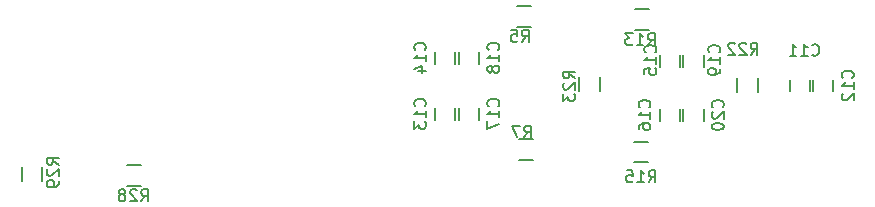
<source format=gbo>
G04 #@! TF.FileFunction,Legend,Bot*
%FSLAX46Y46*%
G04 Gerber Fmt 4.6, Leading zero omitted, Abs format (unit mm)*
G04 Created by KiCad (PCBNEW (2015-04-22 BZR 5620)-product) date 07/05/2015 20:43:11*
%MOMM*%
G01*
G04 APERTURE LIST*
%ADD10C,0.100000*%
%ADD11C,0.150000*%
G04 APERTURE END LIST*
D10*
D11*
X157350000Y-73850000D02*
X157350000Y-74850000D01*
X155650000Y-74850000D02*
X155650000Y-73850000D01*
X159350000Y-73850000D02*
X159350000Y-74850000D01*
X157650000Y-74850000D02*
X157650000Y-73850000D01*
X125650000Y-77250000D02*
X125650000Y-76250000D01*
X127350000Y-76250000D02*
X127350000Y-77250000D01*
X127350000Y-71500000D02*
X127350000Y-72500000D01*
X125650000Y-72500000D02*
X125650000Y-71500000D01*
X146350000Y-71750000D02*
X146350000Y-72750000D01*
X144650000Y-72750000D02*
X144650000Y-71750000D01*
X144650000Y-77350000D02*
X144650000Y-76350000D01*
X146350000Y-76350000D02*
X146350000Y-77350000D01*
X129350000Y-76250000D02*
X129350000Y-77250000D01*
X127650000Y-77250000D02*
X127650000Y-76250000D01*
X127650000Y-72500000D02*
X127650000Y-71500000D01*
X129350000Y-71500000D02*
X129350000Y-72500000D01*
X146650000Y-72750000D02*
X146650000Y-71750000D01*
X148350000Y-71750000D02*
X148350000Y-72750000D01*
X148350000Y-76350000D02*
X148350000Y-77350000D01*
X146650000Y-77350000D02*
X146650000Y-76350000D01*
X132550000Y-69375000D02*
X133750000Y-69375000D01*
X133750000Y-67625000D02*
X132550000Y-67625000D01*
X143750000Y-67875000D02*
X142550000Y-67875000D01*
X142550000Y-69625000D02*
X143750000Y-69625000D01*
X143650000Y-79125000D02*
X142450000Y-79125000D01*
X142450000Y-80875000D02*
X143650000Y-80875000D01*
X151225000Y-73700000D02*
X151225000Y-74900000D01*
X152975000Y-74900000D02*
X152975000Y-73700000D01*
X137825000Y-73650000D02*
X137825000Y-74850000D01*
X139575000Y-74850000D02*
X139575000Y-73650000D01*
X132750000Y-80625000D02*
X133950000Y-80625000D01*
X133950000Y-78875000D02*
X132750000Y-78875000D01*
X100750000Y-81125000D02*
X99550000Y-81125000D01*
X99550000Y-82875000D02*
X100750000Y-82875000D01*
X90625000Y-81250000D02*
X90625000Y-82450000D01*
X92375000Y-82450000D02*
X92375000Y-81250000D01*
X157542857Y-71757143D02*
X157590476Y-71804762D01*
X157733333Y-71852381D01*
X157828571Y-71852381D01*
X157971429Y-71804762D01*
X158066667Y-71709524D01*
X158114286Y-71614286D01*
X158161905Y-71423810D01*
X158161905Y-71280952D01*
X158114286Y-71090476D01*
X158066667Y-70995238D01*
X157971429Y-70900000D01*
X157828571Y-70852381D01*
X157733333Y-70852381D01*
X157590476Y-70900000D01*
X157542857Y-70947619D01*
X156590476Y-71852381D02*
X157161905Y-71852381D01*
X156876191Y-71852381D02*
X156876191Y-70852381D01*
X156971429Y-70995238D01*
X157066667Y-71090476D01*
X157161905Y-71138095D01*
X155638095Y-71852381D02*
X156209524Y-71852381D01*
X155923810Y-71852381D02*
X155923810Y-70852381D01*
X156019048Y-70995238D01*
X156114286Y-71090476D01*
X156209524Y-71138095D01*
X160957143Y-73707143D02*
X161004762Y-73659524D01*
X161052381Y-73516667D01*
X161052381Y-73421429D01*
X161004762Y-73278571D01*
X160909524Y-73183333D01*
X160814286Y-73135714D01*
X160623810Y-73088095D01*
X160480952Y-73088095D01*
X160290476Y-73135714D01*
X160195238Y-73183333D01*
X160100000Y-73278571D01*
X160052381Y-73421429D01*
X160052381Y-73516667D01*
X160100000Y-73659524D01*
X160147619Y-73707143D01*
X161052381Y-74659524D02*
X161052381Y-74088095D01*
X161052381Y-74373809D02*
X160052381Y-74373809D01*
X160195238Y-74278571D01*
X160290476Y-74183333D01*
X160338095Y-74088095D01*
X160147619Y-75040476D02*
X160100000Y-75088095D01*
X160052381Y-75183333D01*
X160052381Y-75421429D01*
X160100000Y-75516667D01*
X160147619Y-75564286D01*
X160242857Y-75611905D01*
X160338095Y-75611905D01*
X160480952Y-75564286D01*
X161052381Y-74992857D01*
X161052381Y-75611905D01*
X124757143Y-76107143D02*
X124804762Y-76059524D01*
X124852381Y-75916667D01*
X124852381Y-75821429D01*
X124804762Y-75678571D01*
X124709524Y-75583333D01*
X124614286Y-75535714D01*
X124423810Y-75488095D01*
X124280952Y-75488095D01*
X124090476Y-75535714D01*
X123995238Y-75583333D01*
X123900000Y-75678571D01*
X123852381Y-75821429D01*
X123852381Y-75916667D01*
X123900000Y-76059524D01*
X123947619Y-76107143D01*
X124852381Y-77059524D02*
X124852381Y-76488095D01*
X124852381Y-76773809D02*
X123852381Y-76773809D01*
X123995238Y-76678571D01*
X124090476Y-76583333D01*
X124138095Y-76488095D01*
X123852381Y-77392857D02*
X123852381Y-78011905D01*
X124233333Y-77678571D01*
X124233333Y-77821429D01*
X124280952Y-77916667D01*
X124328571Y-77964286D01*
X124423810Y-78011905D01*
X124661905Y-78011905D01*
X124757143Y-77964286D01*
X124804762Y-77916667D01*
X124852381Y-77821429D01*
X124852381Y-77535714D01*
X124804762Y-77440476D01*
X124757143Y-77392857D01*
X124757143Y-71357143D02*
X124804762Y-71309524D01*
X124852381Y-71166667D01*
X124852381Y-71071429D01*
X124804762Y-70928571D01*
X124709524Y-70833333D01*
X124614286Y-70785714D01*
X124423810Y-70738095D01*
X124280952Y-70738095D01*
X124090476Y-70785714D01*
X123995238Y-70833333D01*
X123900000Y-70928571D01*
X123852381Y-71071429D01*
X123852381Y-71166667D01*
X123900000Y-71309524D01*
X123947619Y-71357143D01*
X124852381Y-72309524D02*
X124852381Y-71738095D01*
X124852381Y-72023809D02*
X123852381Y-72023809D01*
X123995238Y-71928571D01*
X124090476Y-71833333D01*
X124138095Y-71738095D01*
X124185714Y-73166667D02*
X124852381Y-73166667D01*
X123804762Y-72928571D02*
X124519048Y-72690476D01*
X124519048Y-73309524D01*
X144257143Y-71557143D02*
X144304762Y-71509524D01*
X144352381Y-71366667D01*
X144352381Y-71271429D01*
X144304762Y-71128571D01*
X144209524Y-71033333D01*
X144114286Y-70985714D01*
X143923810Y-70938095D01*
X143780952Y-70938095D01*
X143590476Y-70985714D01*
X143495238Y-71033333D01*
X143400000Y-71128571D01*
X143352381Y-71271429D01*
X143352381Y-71366667D01*
X143400000Y-71509524D01*
X143447619Y-71557143D01*
X144352381Y-72509524D02*
X144352381Y-71938095D01*
X144352381Y-72223809D02*
X143352381Y-72223809D01*
X143495238Y-72128571D01*
X143590476Y-72033333D01*
X143638095Y-71938095D01*
X143352381Y-73414286D02*
X143352381Y-72938095D01*
X143828571Y-72890476D01*
X143780952Y-72938095D01*
X143733333Y-73033333D01*
X143733333Y-73271429D01*
X143780952Y-73366667D01*
X143828571Y-73414286D01*
X143923810Y-73461905D01*
X144161905Y-73461905D01*
X144257143Y-73414286D01*
X144304762Y-73366667D01*
X144352381Y-73271429D01*
X144352381Y-73033333D01*
X144304762Y-72938095D01*
X144257143Y-72890476D01*
X143757143Y-76207143D02*
X143804762Y-76159524D01*
X143852381Y-76016667D01*
X143852381Y-75921429D01*
X143804762Y-75778571D01*
X143709524Y-75683333D01*
X143614286Y-75635714D01*
X143423810Y-75588095D01*
X143280952Y-75588095D01*
X143090476Y-75635714D01*
X142995238Y-75683333D01*
X142900000Y-75778571D01*
X142852381Y-75921429D01*
X142852381Y-76016667D01*
X142900000Y-76159524D01*
X142947619Y-76207143D01*
X143852381Y-77159524D02*
X143852381Y-76588095D01*
X143852381Y-76873809D02*
X142852381Y-76873809D01*
X142995238Y-76778571D01*
X143090476Y-76683333D01*
X143138095Y-76588095D01*
X142852381Y-78016667D02*
X142852381Y-77826190D01*
X142900000Y-77730952D01*
X142947619Y-77683333D01*
X143090476Y-77588095D01*
X143280952Y-77540476D01*
X143661905Y-77540476D01*
X143757143Y-77588095D01*
X143804762Y-77635714D01*
X143852381Y-77730952D01*
X143852381Y-77921429D01*
X143804762Y-78016667D01*
X143757143Y-78064286D01*
X143661905Y-78111905D01*
X143423810Y-78111905D01*
X143328571Y-78064286D01*
X143280952Y-78016667D01*
X143233333Y-77921429D01*
X143233333Y-77730952D01*
X143280952Y-77635714D01*
X143328571Y-77588095D01*
X143423810Y-77540476D01*
X130957143Y-76107143D02*
X131004762Y-76059524D01*
X131052381Y-75916667D01*
X131052381Y-75821429D01*
X131004762Y-75678571D01*
X130909524Y-75583333D01*
X130814286Y-75535714D01*
X130623810Y-75488095D01*
X130480952Y-75488095D01*
X130290476Y-75535714D01*
X130195238Y-75583333D01*
X130100000Y-75678571D01*
X130052381Y-75821429D01*
X130052381Y-75916667D01*
X130100000Y-76059524D01*
X130147619Y-76107143D01*
X131052381Y-77059524D02*
X131052381Y-76488095D01*
X131052381Y-76773809D02*
X130052381Y-76773809D01*
X130195238Y-76678571D01*
X130290476Y-76583333D01*
X130338095Y-76488095D01*
X130052381Y-77392857D02*
X130052381Y-78059524D01*
X131052381Y-77630952D01*
X130957143Y-71357143D02*
X131004762Y-71309524D01*
X131052381Y-71166667D01*
X131052381Y-71071429D01*
X131004762Y-70928571D01*
X130909524Y-70833333D01*
X130814286Y-70785714D01*
X130623810Y-70738095D01*
X130480952Y-70738095D01*
X130290476Y-70785714D01*
X130195238Y-70833333D01*
X130100000Y-70928571D01*
X130052381Y-71071429D01*
X130052381Y-71166667D01*
X130100000Y-71309524D01*
X130147619Y-71357143D01*
X131052381Y-72309524D02*
X131052381Y-71738095D01*
X131052381Y-72023809D02*
X130052381Y-72023809D01*
X130195238Y-71928571D01*
X130290476Y-71833333D01*
X130338095Y-71738095D01*
X130480952Y-72880952D02*
X130433333Y-72785714D01*
X130385714Y-72738095D01*
X130290476Y-72690476D01*
X130242857Y-72690476D01*
X130147619Y-72738095D01*
X130100000Y-72785714D01*
X130052381Y-72880952D01*
X130052381Y-73071429D01*
X130100000Y-73166667D01*
X130147619Y-73214286D01*
X130242857Y-73261905D01*
X130290476Y-73261905D01*
X130385714Y-73214286D01*
X130433333Y-73166667D01*
X130480952Y-73071429D01*
X130480952Y-72880952D01*
X130528571Y-72785714D01*
X130576190Y-72738095D01*
X130671429Y-72690476D01*
X130861905Y-72690476D01*
X130957143Y-72738095D01*
X131004762Y-72785714D01*
X131052381Y-72880952D01*
X131052381Y-73071429D01*
X131004762Y-73166667D01*
X130957143Y-73214286D01*
X130861905Y-73261905D01*
X130671429Y-73261905D01*
X130576190Y-73214286D01*
X130528571Y-73166667D01*
X130480952Y-73071429D01*
X149657143Y-71557143D02*
X149704762Y-71509524D01*
X149752381Y-71366667D01*
X149752381Y-71271429D01*
X149704762Y-71128571D01*
X149609524Y-71033333D01*
X149514286Y-70985714D01*
X149323810Y-70938095D01*
X149180952Y-70938095D01*
X148990476Y-70985714D01*
X148895238Y-71033333D01*
X148800000Y-71128571D01*
X148752381Y-71271429D01*
X148752381Y-71366667D01*
X148800000Y-71509524D01*
X148847619Y-71557143D01*
X149752381Y-72509524D02*
X149752381Y-71938095D01*
X149752381Y-72223809D02*
X148752381Y-72223809D01*
X148895238Y-72128571D01*
X148990476Y-72033333D01*
X149038095Y-71938095D01*
X149752381Y-72985714D02*
X149752381Y-73176190D01*
X149704762Y-73271429D01*
X149657143Y-73319048D01*
X149514286Y-73414286D01*
X149323810Y-73461905D01*
X148942857Y-73461905D01*
X148847619Y-73414286D01*
X148800000Y-73366667D01*
X148752381Y-73271429D01*
X148752381Y-73080952D01*
X148800000Y-72985714D01*
X148847619Y-72938095D01*
X148942857Y-72890476D01*
X149180952Y-72890476D01*
X149276190Y-72938095D01*
X149323810Y-72985714D01*
X149371429Y-73080952D01*
X149371429Y-73271429D01*
X149323810Y-73366667D01*
X149276190Y-73414286D01*
X149180952Y-73461905D01*
X149957143Y-76207143D02*
X150004762Y-76159524D01*
X150052381Y-76016667D01*
X150052381Y-75921429D01*
X150004762Y-75778571D01*
X149909524Y-75683333D01*
X149814286Y-75635714D01*
X149623810Y-75588095D01*
X149480952Y-75588095D01*
X149290476Y-75635714D01*
X149195238Y-75683333D01*
X149100000Y-75778571D01*
X149052381Y-75921429D01*
X149052381Y-76016667D01*
X149100000Y-76159524D01*
X149147619Y-76207143D01*
X149147619Y-76588095D02*
X149100000Y-76635714D01*
X149052381Y-76730952D01*
X149052381Y-76969048D01*
X149100000Y-77064286D01*
X149147619Y-77111905D01*
X149242857Y-77159524D01*
X149338095Y-77159524D01*
X149480952Y-77111905D01*
X150052381Y-76540476D01*
X150052381Y-77159524D01*
X149052381Y-77778571D02*
X149052381Y-77873810D01*
X149100000Y-77969048D01*
X149147619Y-78016667D01*
X149242857Y-78064286D01*
X149433333Y-78111905D01*
X149671429Y-78111905D01*
X149861905Y-78064286D01*
X149957143Y-78016667D01*
X150004762Y-77969048D01*
X150052381Y-77873810D01*
X150052381Y-77778571D01*
X150004762Y-77683333D01*
X149957143Y-77635714D01*
X149861905Y-77588095D01*
X149671429Y-77540476D01*
X149433333Y-77540476D01*
X149242857Y-77588095D01*
X149147619Y-77635714D01*
X149100000Y-77683333D01*
X149052381Y-77778571D01*
X132966666Y-70652381D02*
X133300000Y-70176190D01*
X133538095Y-70652381D02*
X133538095Y-69652381D01*
X133157142Y-69652381D01*
X133061904Y-69700000D01*
X133014285Y-69747619D01*
X132966666Y-69842857D01*
X132966666Y-69985714D01*
X133014285Y-70080952D01*
X133061904Y-70128571D01*
X133157142Y-70176190D01*
X133538095Y-70176190D01*
X132061904Y-69652381D02*
X132538095Y-69652381D01*
X132585714Y-70128571D01*
X132538095Y-70080952D01*
X132442857Y-70033333D01*
X132204761Y-70033333D01*
X132109523Y-70080952D01*
X132061904Y-70128571D01*
X132014285Y-70223810D01*
X132014285Y-70461905D01*
X132061904Y-70557143D01*
X132109523Y-70604762D01*
X132204761Y-70652381D01*
X132442857Y-70652381D01*
X132538095Y-70604762D01*
X132585714Y-70557143D01*
X143642857Y-70952381D02*
X143976191Y-70476190D01*
X144214286Y-70952381D02*
X144214286Y-69952381D01*
X143833333Y-69952381D01*
X143738095Y-70000000D01*
X143690476Y-70047619D01*
X143642857Y-70142857D01*
X143642857Y-70285714D01*
X143690476Y-70380952D01*
X143738095Y-70428571D01*
X143833333Y-70476190D01*
X144214286Y-70476190D01*
X142690476Y-70952381D02*
X143261905Y-70952381D01*
X142976191Y-70952381D02*
X142976191Y-69952381D01*
X143071429Y-70095238D01*
X143166667Y-70190476D01*
X143261905Y-70238095D01*
X142357143Y-69952381D02*
X141738095Y-69952381D01*
X142071429Y-70333333D01*
X141928571Y-70333333D01*
X141833333Y-70380952D01*
X141785714Y-70428571D01*
X141738095Y-70523810D01*
X141738095Y-70761905D01*
X141785714Y-70857143D01*
X141833333Y-70904762D01*
X141928571Y-70952381D01*
X142214286Y-70952381D01*
X142309524Y-70904762D01*
X142357143Y-70857143D01*
X143692857Y-82552381D02*
X144026191Y-82076190D01*
X144264286Y-82552381D02*
X144264286Y-81552381D01*
X143883333Y-81552381D01*
X143788095Y-81600000D01*
X143740476Y-81647619D01*
X143692857Y-81742857D01*
X143692857Y-81885714D01*
X143740476Y-81980952D01*
X143788095Y-82028571D01*
X143883333Y-82076190D01*
X144264286Y-82076190D01*
X142740476Y-82552381D02*
X143311905Y-82552381D01*
X143026191Y-82552381D02*
X143026191Y-81552381D01*
X143121429Y-81695238D01*
X143216667Y-81790476D01*
X143311905Y-81838095D01*
X141835714Y-81552381D02*
X142311905Y-81552381D01*
X142359524Y-82028571D01*
X142311905Y-81980952D01*
X142216667Y-81933333D01*
X141978571Y-81933333D01*
X141883333Y-81980952D01*
X141835714Y-82028571D01*
X141788095Y-82123810D01*
X141788095Y-82361905D01*
X141835714Y-82457143D01*
X141883333Y-82504762D01*
X141978571Y-82552381D01*
X142216667Y-82552381D01*
X142311905Y-82504762D01*
X142359524Y-82457143D01*
X152342857Y-71752381D02*
X152676191Y-71276190D01*
X152914286Y-71752381D02*
X152914286Y-70752381D01*
X152533333Y-70752381D01*
X152438095Y-70800000D01*
X152390476Y-70847619D01*
X152342857Y-70942857D01*
X152342857Y-71085714D01*
X152390476Y-71180952D01*
X152438095Y-71228571D01*
X152533333Y-71276190D01*
X152914286Y-71276190D01*
X151961905Y-70847619D02*
X151914286Y-70800000D01*
X151819048Y-70752381D01*
X151580952Y-70752381D01*
X151485714Y-70800000D01*
X151438095Y-70847619D01*
X151390476Y-70942857D01*
X151390476Y-71038095D01*
X151438095Y-71180952D01*
X152009524Y-71752381D01*
X151390476Y-71752381D01*
X151009524Y-70847619D02*
X150961905Y-70800000D01*
X150866667Y-70752381D01*
X150628571Y-70752381D01*
X150533333Y-70800000D01*
X150485714Y-70847619D01*
X150438095Y-70942857D01*
X150438095Y-71038095D01*
X150485714Y-71180952D01*
X151057143Y-71752381D01*
X150438095Y-71752381D01*
X137452381Y-73757143D02*
X136976190Y-73423809D01*
X137452381Y-73185714D02*
X136452381Y-73185714D01*
X136452381Y-73566667D01*
X136500000Y-73661905D01*
X136547619Y-73709524D01*
X136642857Y-73757143D01*
X136785714Y-73757143D01*
X136880952Y-73709524D01*
X136928571Y-73661905D01*
X136976190Y-73566667D01*
X136976190Y-73185714D01*
X136547619Y-74138095D02*
X136500000Y-74185714D01*
X136452381Y-74280952D01*
X136452381Y-74519048D01*
X136500000Y-74614286D01*
X136547619Y-74661905D01*
X136642857Y-74709524D01*
X136738095Y-74709524D01*
X136880952Y-74661905D01*
X137452381Y-74090476D01*
X137452381Y-74709524D01*
X136452381Y-75042857D02*
X136452381Y-75661905D01*
X136833333Y-75328571D01*
X136833333Y-75471429D01*
X136880952Y-75566667D01*
X136928571Y-75614286D01*
X137023810Y-75661905D01*
X137261905Y-75661905D01*
X137357143Y-75614286D01*
X137404762Y-75566667D01*
X137452381Y-75471429D01*
X137452381Y-75185714D01*
X137404762Y-75090476D01*
X137357143Y-75042857D01*
X133166666Y-78752381D02*
X133500000Y-78276190D01*
X133738095Y-78752381D02*
X133738095Y-77752381D01*
X133357142Y-77752381D01*
X133261904Y-77800000D01*
X133214285Y-77847619D01*
X133166666Y-77942857D01*
X133166666Y-78085714D01*
X133214285Y-78180952D01*
X133261904Y-78228571D01*
X133357142Y-78276190D01*
X133738095Y-78276190D01*
X132833333Y-77752381D02*
X132166666Y-77752381D01*
X132595238Y-78752381D01*
X100742857Y-84152381D02*
X101076191Y-83676190D01*
X101314286Y-84152381D02*
X101314286Y-83152381D01*
X100933333Y-83152381D01*
X100838095Y-83200000D01*
X100790476Y-83247619D01*
X100742857Y-83342857D01*
X100742857Y-83485714D01*
X100790476Y-83580952D01*
X100838095Y-83628571D01*
X100933333Y-83676190D01*
X101314286Y-83676190D01*
X100361905Y-83247619D02*
X100314286Y-83200000D01*
X100219048Y-83152381D01*
X99980952Y-83152381D01*
X99885714Y-83200000D01*
X99838095Y-83247619D01*
X99790476Y-83342857D01*
X99790476Y-83438095D01*
X99838095Y-83580952D01*
X100409524Y-84152381D01*
X99790476Y-84152381D01*
X99219048Y-83580952D02*
X99314286Y-83533333D01*
X99361905Y-83485714D01*
X99409524Y-83390476D01*
X99409524Y-83342857D01*
X99361905Y-83247619D01*
X99314286Y-83200000D01*
X99219048Y-83152381D01*
X99028571Y-83152381D01*
X98933333Y-83200000D01*
X98885714Y-83247619D01*
X98838095Y-83342857D01*
X98838095Y-83390476D01*
X98885714Y-83485714D01*
X98933333Y-83533333D01*
X99028571Y-83580952D01*
X99219048Y-83580952D01*
X99314286Y-83628571D01*
X99361905Y-83676190D01*
X99409524Y-83771429D01*
X99409524Y-83961905D01*
X99361905Y-84057143D01*
X99314286Y-84104762D01*
X99219048Y-84152381D01*
X99028571Y-84152381D01*
X98933333Y-84104762D01*
X98885714Y-84057143D01*
X98838095Y-83961905D01*
X98838095Y-83771429D01*
X98885714Y-83676190D01*
X98933333Y-83628571D01*
X99028571Y-83580952D01*
X93752381Y-81057143D02*
X93276190Y-80723809D01*
X93752381Y-80485714D02*
X92752381Y-80485714D01*
X92752381Y-80866667D01*
X92800000Y-80961905D01*
X92847619Y-81009524D01*
X92942857Y-81057143D01*
X93085714Y-81057143D01*
X93180952Y-81009524D01*
X93228571Y-80961905D01*
X93276190Y-80866667D01*
X93276190Y-80485714D01*
X92847619Y-81438095D02*
X92800000Y-81485714D01*
X92752381Y-81580952D01*
X92752381Y-81819048D01*
X92800000Y-81914286D01*
X92847619Y-81961905D01*
X92942857Y-82009524D01*
X93038095Y-82009524D01*
X93180952Y-81961905D01*
X93752381Y-81390476D01*
X93752381Y-82009524D01*
X93752381Y-82485714D02*
X93752381Y-82676190D01*
X93704762Y-82771429D01*
X93657143Y-82819048D01*
X93514286Y-82914286D01*
X93323810Y-82961905D01*
X92942857Y-82961905D01*
X92847619Y-82914286D01*
X92800000Y-82866667D01*
X92752381Y-82771429D01*
X92752381Y-82580952D01*
X92800000Y-82485714D01*
X92847619Y-82438095D01*
X92942857Y-82390476D01*
X93180952Y-82390476D01*
X93276190Y-82438095D01*
X93323810Y-82485714D01*
X93371429Y-82580952D01*
X93371429Y-82771429D01*
X93323810Y-82866667D01*
X93276190Y-82914286D01*
X93180952Y-82961905D01*
M02*

</source>
